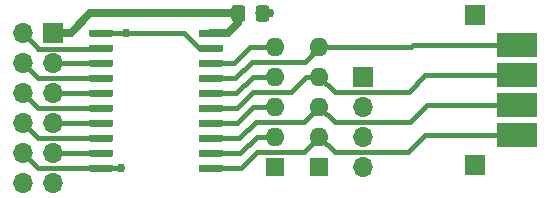
<source format=gtl>
G04 #@! TF.GenerationSoftware,KiCad,Pcbnew,(5.1.4)-1*
G04 #@! TF.CreationDate,2020-03-17T17:24:22+00:00*
G04 #@! TF.ProjectId,buffer,62756666-6572-42e6-9b69-6361645f7063,rev?*
G04 #@! TF.SameCoordinates,Original*
G04 #@! TF.FileFunction,Copper,L1,Top*
G04 #@! TF.FilePolarity,Positive*
%FSLAX46Y46*%
G04 Gerber Fmt 4.6, Leading zero omitted, Abs format (unit mm)*
G04 Created by KiCad (PCBNEW (5.1.4)-1) date 2020-03-17 17:24:22*
%MOMM*%
%LPD*%
G04 APERTURE LIST*
%ADD10R,1.600000X1.600000*%
%ADD11O,1.600000X1.600000*%
%ADD12O,1.700000X1.700000*%
%ADD13R,1.700000X1.700000*%
%ADD14C,0.100000*%
%ADD15C,0.600000*%
%ADD16C,1.150000*%
%ADD17R,3.500000X2.000000*%
%ADD18C,0.762000*%
%ADD19C,0.381000*%
%ADD20C,0.635000*%
G04 APERTURE END LIST*
D10*
X59102000Y-45700960D03*
D11*
X59102000Y-43160960D03*
X59102000Y-40620960D03*
X59102000Y-38080960D03*
X59102000Y-35540960D03*
D12*
X66617400Y-45730160D03*
X66617400Y-43190160D03*
X66617400Y-40650160D03*
D13*
X66617400Y-38110160D03*
X76033180Y-45504100D03*
X40353800Y-34376360D03*
D12*
X37813800Y-34376360D03*
X40353800Y-36916360D03*
X37813800Y-36916360D03*
X40353800Y-39456360D03*
X37813800Y-39456360D03*
X40353800Y-41996360D03*
X37813800Y-41996360D03*
X40353800Y-44536360D03*
X37813800Y-44536360D03*
X40353800Y-47076360D03*
X37813800Y-47076360D03*
D13*
X76040800Y-32801560D03*
D14*
G36*
X45291703Y-34086682D02*
G01*
X45306264Y-34088842D01*
X45320543Y-34092419D01*
X45334403Y-34097378D01*
X45347710Y-34103672D01*
X45360336Y-34111240D01*
X45372159Y-34120008D01*
X45383066Y-34129894D01*
X45392952Y-34140801D01*
X45401720Y-34152624D01*
X45409288Y-34165250D01*
X45415582Y-34178557D01*
X45420541Y-34192417D01*
X45424118Y-34206696D01*
X45426278Y-34221257D01*
X45427000Y-34235960D01*
X45427000Y-34535960D01*
X45426278Y-34550663D01*
X45424118Y-34565224D01*
X45420541Y-34579503D01*
X45415582Y-34593363D01*
X45409288Y-34606670D01*
X45401720Y-34619296D01*
X45392952Y-34631119D01*
X45383066Y-34642026D01*
X45372159Y-34651912D01*
X45360336Y-34660680D01*
X45347710Y-34668248D01*
X45334403Y-34674542D01*
X45320543Y-34679501D01*
X45306264Y-34683078D01*
X45291703Y-34685238D01*
X45277000Y-34685960D01*
X43527000Y-34685960D01*
X43512297Y-34685238D01*
X43497736Y-34683078D01*
X43483457Y-34679501D01*
X43469597Y-34674542D01*
X43456290Y-34668248D01*
X43443664Y-34660680D01*
X43431841Y-34651912D01*
X43420934Y-34642026D01*
X43411048Y-34631119D01*
X43402280Y-34619296D01*
X43394712Y-34606670D01*
X43388418Y-34593363D01*
X43383459Y-34579503D01*
X43379882Y-34565224D01*
X43377722Y-34550663D01*
X43377000Y-34535960D01*
X43377000Y-34235960D01*
X43377722Y-34221257D01*
X43379882Y-34206696D01*
X43383459Y-34192417D01*
X43388418Y-34178557D01*
X43394712Y-34165250D01*
X43402280Y-34152624D01*
X43411048Y-34140801D01*
X43420934Y-34129894D01*
X43431841Y-34120008D01*
X43443664Y-34111240D01*
X43456290Y-34103672D01*
X43469597Y-34097378D01*
X43483457Y-34092419D01*
X43497736Y-34088842D01*
X43512297Y-34086682D01*
X43527000Y-34085960D01*
X45277000Y-34085960D01*
X45291703Y-34086682D01*
X45291703Y-34086682D01*
G37*
D15*
X44402000Y-34385960D03*
D14*
G36*
X45291703Y-35356682D02*
G01*
X45306264Y-35358842D01*
X45320543Y-35362419D01*
X45334403Y-35367378D01*
X45347710Y-35373672D01*
X45360336Y-35381240D01*
X45372159Y-35390008D01*
X45383066Y-35399894D01*
X45392952Y-35410801D01*
X45401720Y-35422624D01*
X45409288Y-35435250D01*
X45415582Y-35448557D01*
X45420541Y-35462417D01*
X45424118Y-35476696D01*
X45426278Y-35491257D01*
X45427000Y-35505960D01*
X45427000Y-35805960D01*
X45426278Y-35820663D01*
X45424118Y-35835224D01*
X45420541Y-35849503D01*
X45415582Y-35863363D01*
X45409288Y-35876670D01*
X45401720Y-35889296D01*
X45392952Y-35901119D01*
X45383066Y-35912026D01*
X45372159Y-35921912D01*
X45360336Y-35930680D01*
X45347710Y-35938248D01*
X45334403Y-35944542D01*
X45320543Y-35949501D01*
X45306264Y-35953078D01*
X45291703Y-35955238D01*
X45277000Y-35955960D01*
X43527000Y-35955960D01*
X43512297Y-35955238D01*
X43497736Y-35953078D01*
X43483457Y-35949501D01*
X43469597Y-35944542D01*
X43456290Y-35938248D01*
X43443664Y-35930680D01*
X43431841Y-35921912D01*
X43420934Y-35912026D01*
X43411048Y-35901119D01*
X43402280Y-35889296D01*
X43394712Y-35876670D01*
X43388418Y-35863363D01*
X43383459Y-35849503D01*
X43379882Y-35835224D01*
X43377722Y-35820663D01*
X43377000Y-35805960D01*
X43377000Y-35505960D01*
X43377722Y-35491257D01*
X43379882Y-35476696D01*
X43383459Y-35462417D01*
X43388418Y-35448557D01*
X43394712Y-35435250D01*
X43402280Y-35422624D01*
X43411048Y-35410801D01*
X43420934Y-35399894D01*
X43431841Y-35390008D01*
X43443664Y-35381240D01*
X43456290Y-35373672D01*
X43469597Y-35367378D01*
X43483457Y-35362419D01*
X43497736Y-35358842D01*
X43512297Y-35356682D01*
X43527000Y-35355960D01*
X45277000Y-35355960D01*
X45291703Y-35356682D01*
X45291703Y-35356682D01*
G37*
D15*
X44402000Y-35655960D03*
D14*
G36*
X45291703Y-36626682D02*
G01*
X45306264Y-36628842D01*
X45320543Y-36632419D01*
X45334403Y-36637378D01*
X45347710Y-36643672D01*
X45360336Y-36651240D01*
X45372159Y-36660008D01*
X45383066Y-36669894D01*
X45392952Y-36680801D01*
X45401720Y-36692624D01*
X45409288Y-36705250D01*
X45415582Y-36718557D01*
X45420541Y-36732417D01*
X45424118Y-36746696D01*
X45426278Y-36761257D01*
X45427000Y-36775960D01*
X45427000Y-37075960D01*
X45426278Y-37090663D01*
X45424118Y-37105224D01*
X45420541Y-37119503D01*
X45415582Y-37133363D01*
X45409288Y-37146670D01*
X45401720Y-37159296D01*
X45392952Y-37171119D01*
X45383066Y-37182026D01*
X45372159Y-37191912D01*
X45360336Y-37200680D01*
X45347710Y-37208248D01*
X45334403Y-37214542D01*
X45320543Y-37219501D01*
X45306264Y-37223078D01*
X45291703Y-37225238D01*
X45277000Y-37225960D01*
X43527000Y-37225960D01*
X43512297Y-37225238D01*
X43497736Y-37223078D01*
X43483457Y-37219501D01*
X43469597Y-37214542D01*
X43456290Y-37208248D01*
X43443664Y-37200680D01*
X43431841Y-37191912D01*
X43420934Y-37182026D01*
X43411048Y-37171119D01*
X43402280Y-37159296D01*
X43394712Y-37146670D01*
X43388418Y-37133363D01*
X43383459Y-37119503D01*
X43379882Y-37105224D01*
X43377722Y-37090663D01*
X43377000Y-37075960D01*
X43377000Y-36775960D01*
X43377722Y-36761257D01*
X43379882Y-36746696D01*
X43383459Y-36732417D01*
X43388418Y-36718557D01*
X43394712Y-36705250D01*
X43402280Y-36692624D01*
X43411048Y-36680801D01*
X43420934Y-36669894D01*
X43431841Y-36660008D01*
X43443664Y-36651240D01*
X43456290Y-36643672D01*
X43469597Y-36637378D01*
X43483457Y-36632419D01*
X43497736Y-36628842D01*
X43512297Y-36626682D01*
X43527000Y-36625960D01*
X45277000Y-36625960D01*
X45291703Y-36626682D01*
X45291703Y-36626682D01*
G37*
D15*
X44402000Y-36925960D03*
D14*
G36*
X45291703Y-37896682D02*
G01*
X45306264Y-37898842D01*
X45320543Y-37902419D01*
X45334403Y-37907378D01*
X45347710Y-37913672D01*
X45360336Y-37921240D01*
X45372159Y-37930008D01*
X45383066Y-37939894D01*
X45392952Y-37950801D01*
X45401720Y-37962624D01*
X45409288Y-37975250D01*
X45415582Y-37988557D01*
X45420541Y-38002417D01*
X45424118Y-38016696D01*
X45426278Y-38031257D01*
X45427000Y-38045960D01*
X45427000Y-38345960D01*
X45426278Y-38360663D01*
X45424118Y-38375224D01*
X45420541Y-38389503D01*
X45415582Y-38403363D01*
X45409288Y-38416670D01*
X45401720Y-38429296D01*
X45392952Y-38441119D01*
X45383066Y-38452026D01*
X45372159Y-38461912D01*
X45360336Y-38470680D01*
X45347710Y-38478248D01*
X45334403Y-38484542D01*
X45320543Y-38489501D01*
X45306264Y-38493078D01*
X45291703Y-38495238D01*
X45277000Y-38495960D01*
X43527000Y-38495960D01*
X43512297Y-38495238D01*
X43497736Y-38493078D01*
X43483457Y-38489501D01*
X43469597Y-38484542D01*
X43456290Y-38478248D01*
X43443664Y-38470680D01*
X43431841Y-38461912D01*
X43420934Y-38452026D01*
X43411048Y-38441119D01*
X43402280Y-38429296D01*
X43394712Y-38416670D01*
X43388418Y-38403363D01*
X43383459Y-38389503D01*
X43379882Y-38375224D01*
X43377722Y-38360663D01*
X43377000Y-38345960D01*
X43377000Y-38045960D01*
X43377722Y-38031257D01*
X43379882Y-38016696D01*
X43383459Y-38002417D01*
X43388418Y-37988557D01*
X43394712Y-37975250D01*
X43402280Y-37962624D01*
X43411048Y-37950801D01*
X43420934Y-37939894D01*
X43431841Y-37930008D01*
X43443664Y-37921240D01*
X43456290Y-37913672D01*
X43469597Y-37907378D01*
X43483457Y-37902419D01*
X43497736Y-37898842D01*
X43512297Y-37896682D01*
X43527000Y-37895960D01*
X45277000Y-37895960D01*
X45291703Y-37896682D01*
X45291703Y-37896682D01*
G37*
D15*
X44402000Y-38195960D03*
D14*
G36*
X45291703Y-39166682D02*
G01*
X45306264Y-39168842D01*
X45320543Y-39172419D01*
X45334403Y-39177378D01*
X45347710Y-39183672D01*
X45360336Y-39191240D01*
X45372159Y-39200008D01*
X45383066Y-39209894D01*
X45392952Y-39220801D01*
X45401720Y-39232624D01*
X45409288Y-39245250D01*
X45415582Y-39258557D01*
X45420541Y-39272417D01*
X45424118Y-39286696D01*
X45426278Y-39301257D01*
X45427000Y-39315960D01*
X45427000Y-39615960D01*
X45426278Y-39630663D01*
X45424118Y-39645224D01*
X45420541Y-39659503D01*
X45415582Y-39673363D01*
X45409288Y-39686670D01*
X45401720Y-39699296D01*
X45392952Y-39711119D01*
X45383066Y-39722026D01*
X45372159Y-39731912D01*
X45360336Y-39740680D01*
X45347710Y-39748248D01*
X45334403Y-39754542D01*
X45320543Y-39759501D01*
X45306264Y-39763078D01*
X45291703Y-39765238D01*
X45277000Y-39765960D01*
X43527000Y-39765960D01*
X43512297Y-39765238D01*
X43497736Y-39763078D01*
X43483457Y-39759501D01*
X43469597Y-39754542D01*
X43456290Y-39748248D01*
X43443664Y-39740680D01*
X43431841Y-39731912D01*
X43420934Y-39722026D01*
X43411048Y-39711119D01*
X43402280Y-39699296D01*
X43394712Y-39686670D01*
X43388418Y-39673363D01*
X43383459Y-39659503D01*
X43379882Y-39645224D01*
X43377722Y-39630663D01*
X43377000Y-39615960D01*
X43377000Y-39315960D01*
X43377722Y-39301257D01*
X43379882Y-39286696D01*
X43383459Y-39272417D01*
X43388418Y-39258557D01*
X43394712Y-39245250D01*
X43402280Y-39232624D01*
X43411048Y-39220801D01*
X43420934Y-39209894D01*
X43431841Y-39200008D01*
X43443664Y-39191240D01*
X43456290Y-39183672D01*
X43469597Y-39177378D01*
X43483457Y-39172419D01*
X43497736Y-39168842D01*
X43512297Y-39166682D01*
X43527000Y-39165960D01*
X45277000Y-39165960D01*
X45291703Y-39166682D01*
X45291703Y-39166682D01*
G37*
D15*
X44402000Y-39465960D03*
D14*
G36*
X45291703Y-40436682D02*
G01*
X45306264Y-40438842D01*
X45320543Y-40442419D01*
X45334403Y-40447378D01*
X45347710Y-40453672D01*
X45360336Y-40461240D01*
X45372159Y-40470008D01*
X45383066Y-40479894D01*
X45392952Y-40490801D01*
X45401720Y-40502624D01*
X45409288Y-40515250D01*
X45415582Y-40528557D01*
X45420541Y-40542417D01*
X45424118Y-40556696D01*
X45426278Y-40571257D01*
X45427000Y-40585960D01*
X45427000Y-40885960D01*
X45426278Y-40900663D01*
X45424118Y-40915224D01*
X45420541Y-40929503D01*
X45415582Y-40943363D01*
X45409288Y-40956670D01*
X45401720Y-40969296D01*
X45392952Y-40981119D01*
X45383066Y-40992026D01*
X45372159Y-41001912D01*
X45360336Y-41010680D01*
X45347710Y-41018248D01*
X45334403Y-41024542D01*
X45320543Y-41029501D01*
X45306264Y-41033078D01*
X45291703Y-41035238D01*
X45277000Y-41035960D01*
X43527000Y-41035960D01*
X43512297Y-41035238D01*
X43497736Y-41033078D01*
X43483457Y-41029501D01*
X43469597Y-41024542D01*
X43456290Y-41018248D01*
X43443664Y-41010680D01*
X43431841Y-41001912D01*
X43420934Y-40992026D01*
X43411048Y-40981119D01*
X43402280Y-40969296D01*
X43394712Y-40956670D01*
X43388418Y-40943363D01*
X43383459Y-40929503D01*
X43379882Y-40915224D01*
X43377722Y-40900663D01*
X43377000Y-40885960D01*
X43377000Y-40585960D01*
X43377722Y-40571257D01*
X43379882Y-40556696D01*
X43383459Y-40542417D01*
X43388418Y-40528557D01*
X43394712Y-40515250D01*
X43402280Y-40502624D01*
X43411048Y-40490801D01*
X43420934Y-40479894D01*
X43431841Y-40470008D01*
X43443664Y-40461240D01*
X43456290Y-40453672D01*
X43469597Y-40447378D01*
X43483457Y-40442419D01*
X43497736Y-40438842D01*
X43512297Y-40436682D01*
X43527000Y-40435960D01*
X45277000Y-40435960D01*
X45291703Y-40436682D01*
X45291703Y-40436682D01*
G37*
D15*
X44402000Y-40735960D03*
D14*
G36*
X45291703Y-41706682D02*
G01*
X45306264Y-41708842D01*
X45320543Y-41712419D01*
X45334403Y-41717378D01*
X45347710Y-41723672D01*
X45360336Y-41731240D01*
X45372159Y-41740008D01*
X45383066Y-41749894D01*
X45392952Y-41760801D01*
X45401720Y-41772624D01*
X45409288Y-41785250D01*
X45415582Y-41798557D01*
X45420541Y-41812417D01*
X45424118Y-41826696D01*
X45426278Y-41841257D01*
X45427000Y-41855960D01*
X45427000Y-42155960D01*
X45426278Y-42170663D01*
X45424118Y-42185224D01*
X45420541Y-42199503D01*
X45415582Y-42213363D01*
X45409288Y-42226670D01*
X45401720Y-42239296D01*
X45392952Y-42251119D01*
X45383066Y-42262026D01*
X45372159Y-42271912D01*
X45360336Y-42280680D01*
X45347710Y-42288248D01*
X45334403Y-42294542D01*
X45320543Y-42299501D01*
X45306264Y-42303078D01*
X45291703Y-42305238D01*
X45277000Y-42305960D01*
X43527000Y-42305960D01*
X43512297Y-42305238D01*
X43497736Y-42303078D01*
X43483457Y-42299501D01*
X43469597Y-42294542D01*
X43456290Y-42288248D01*
X43443664Y-42280680D01*
X43431841Y-42271912D01*
X43420934Y-42262026D01*
X43411048Y-42251119D01*
X43402280Y-42239296D01*
X43394712Y-42226670D01*
X43388418Y-42213363D01*
X43383459Y-42199503D01*
X43379882Y-42185224D01*
X43377722Y-42170663D01*
X43377000Y-42155960D01*
X43377000Y-41855960D01*
X43377722Y-41841257D01*
X43379882Y-41826696D01*
X43383459Y-41812417D01*
X43388418Y-41798557D01*
X43394712Y-41785250D01*
X43402280Y-41772624D01*
X43411048Y-41760801D01*
X43420934Y-41749894D01*
X43431841Y-41740008D01*
X43443664Y-41731240D01*
X43456290Y-41723672D01*
X43469597Y-41717378D01*
X43483457Y-41712419D01*
X43497736Y-41708842D01*
X43512297Y-41706682D01*
X43527000Y-41705960D01*
X45277000Y-41705960D01*
X45291703Y-41706682D01*
X45291703Y-41706682D01*
G37*
D15*
X44402000Y-42005960D03*
D14*
G36*
X45291703Y-42976682D02*
G01*
X45306264Y-42978842D01*
X45320543Y-42982419D01*
X45334403Y-42987378D01*
X45347710Y-42993672D01*
X45360336Y-43001240D01*
X45372159Y-43010008D01*
X45383066Y-43019894D01*
X45392952Y-43030801D01*
X45401720Y-43042624D01*
X45409288Y-43055250D01*
X45415582Y-43068557D01*
X45420541Y-43082417D01*
X45424118Y-43096696D01*
X45426278Y-43111257D01*
X45427000Y-43125960D01*
X45427000Y-43425960D01*
X45426278Y-43440663D01*
X45424118Y-43455224D01*
X45420541Y-43469503D01*
X45415582Y-43483363D01*
X45409288Y-43496670D01*
X45401720Y-43509296D01*
X45392952Y-43521119D01*
X45383066Y-43532026D01*
X45372159Y-43541912D01*
X45360336Y-43550680D01*
X45347710Y-43558248D01*
X45334403Y-43564542D01*
X45320543Y-43569501D01*
X45306264Y-43573078D01*
X45291703Y-43575238D01*
X45277000Y-43575960D01*
X43527000Y-43575960D01*
X43512297Y-43575238D01*
X43497736Y-43573078D01*
X43483457Y-43569501D01*
X43469597Y-43564542D01*
X43456290Y-43558248D01*
X43443664Y-43550680D01*
X43431841Y-43541912D01*
X43420934Y-43532026D01*
X43411048Y-43521119D01*
X43402280Y-43509296D01*
X43394712Y-43496670D01*
X43388418Y-43483363D01*
X43383459Y-43469503D01*
X43379882Y-43455224D01*
X43377722Y-43440663D01*
X43377000Y-43425960D01*
X43377000Y-43125960D01*
X43377722Y-43111257D01*
X43379882Y-43096696D01*
X43383459Y-43082417D01*
X43388418Y-43068557D01*
X43394712Y-43055250D01*
X43402280Y-43042624D01*
X43411048Y-43030801D01*
X43420934Y-43019894D01*
X43431841Y-43010008D01*
X43443664Y-43001240D01*
X43456290Y-42993672D01*
X43469597Y-42987378D01*
X43483457Y-42982419D01*
X43497736Y-42978842D01*
X43512297Y-42976682D01*
X43527000Y-42975960D01*
X45277000Y-42975960D01*
X45291703Y-42976682D01*
X45291703Y-42976682D01*
G37*
D15*
X44402000Y-43275960D03*
D14*
G36*
X45291703Y-44246682D02*
G01*
X45306264Y-44248842D01*
X45320543Y-44252419D01*
X45334403Y-44257378D01*
X45347710Y-44263672D01*
X45360336Y-44271240D01*
X45372159Y-44280008D01*
X45383066Y-44289894D01*
X45392952Y-44300801D01*
X45401720Y-44312624D01*
X45409288Y-44325250D01*
X45415582Y-44338557D01*
X45420541Y-44352417D01*
X45424118Y-44366696D01*
X45426278Y-44381257D01*
X45427000Y-44395960D01*
X45427000Y-44695960D01*
X45426278Y-44710663D01*
X45424118Y-44725224D01*
X45420541Y-44739503D01*
X45415582Y-44753363D01*
X45409288Y-44766670D01*
X45401720Y-44779296D01*
X45392952Y-44791119D01*
X45383066Y-44802026D01*
X45372159Y-44811912D01*
X45360336Y-44820680D01*
X45347710Y-44828248D01*
X45334403Y-44834542D01*
X45320543Y-44839501D01*
X45306264Y-44843078D01*
X45291703Y-44845238D01*
X45277000Y-44845960D01*
X43527000Y-44845960D01*
X43512297Y-44845238D01*
X43497736Y-44843078D01*
X43483457Y-44839501D01*
X43469597Y-44834542D01*
X43456290Y-44828248D01*
X43443664Y-44820680D01*
X43431841Y-44811912D01*
X43420934Y-44802026D01*
X43411048Y-44791119D01*
X43402280Y-44779296D01*
X43394712Y-44766670D01*
X43388418Y-44753363D01*
X43383459Y-44739503D01*
X43379882Y-44725224D01*
X43377722Y-44710663D01*
X43377000Y-44695960D01*
X43377000Y-44395960D01*
X43377722Y-44381257D01*
X43379882Y-44366696D01*
X43383459Y-44352417D01*
X43388418Y-44338557D01*
X43394712Y-44325250D01*
X43402280Y-44312624D01*
X43411048Y-44300801D01*
X43420934Y-44289894D01*
X43431841Y-44280008D01*
X43443664Y-44271240D01*
X43456290Y-44263672D01*
X43469597Y-44257378D01*
X43483457Y-44252419D01*
X43497736Y-44248842D01*
X43512297Y-44246682D01*
X43527000Y-44245960D01*
X45277000Y-44245960D01*
X45291703Y-44246682D01*
X45291703Y-44246682D01*
G37*
D15*
X44402000Y-44545960D03*
D14*
G36*
X45291703Y-45516682D02*
G01*
X45306264Y-45518842D01*
X45320543Y-45522419D01*
X45334403Y-45527378D01*
X45347710Y-45533672D01*
X45360336Y-45541240D01*
X45372159Y-45550008D01*
X45383066Y-45559894D01*
X45392952Y-45570801D01*
X45401720Y-45582624D01*
X45409288Y-45595250D01*
X45415582Y-45608557D01*
X45420541Y-45622417D01*
X45424118Y-45636696D01*
X45426278Y-45651257D01*
X45427000Y-45665960D01*
X45427000Y-45965960D01*
X45426278Y-45980663D01*
X45424118Y-45995224D01*
X45420541Y-46009503D01*
X45415582Y-46023363D01*
X45409288Y-46036670D01*
X45401720Y-46049296D01*
X45392952Y-46061119D01*
X45383066Y-46072026D01*
X45372159Y-46081912D01*
X45360336Y-46090680D01*
X45347710Y-46098248D01*
X45334403Y-46104542D01*
X45320543Y-46109501D01*
X45306264Y-46113078D01*
X45291703Y-46115238D01*
X45277000Y-46115960D01*
X43527000Y-46115960D01*
X43512297Y-46115238D01*
X43497736Y-46113078D01*
X43483457Y-46109501D01*
X43469597Y-46104542D01*
X43456290Y-46098248D01*
X43443664Y-46090680D01*
X43431841Y-46081912D01*
X43420934Y-46072026D01*
X43411048Y-46061119D01*
X43402280Y-46049296D01*
X43394712Y-46036670D01*
X43388418Y-46023363D01*
X43383459Y-46009503D01*
X43379882Y-45995224D01*
X43377722Y-45980663D01*
X43377000Y-45965960D01*
X43377000Y-45665960D01*
X43377722Y-45651257D01*
X43379882Y-45636696D01*
X43383459Y-45622417D01*
X43388418Y-45608557D01*
X43394712Y-45595250D01*
X43402280Y-45582624D01*
X43411048Y-45570801D01*
X43420934Y-45559894D01*
X43431841Y-45550008D01*
X43443664Y-45541240D01*
X43456290Y-45533672D01*
X43469597Y-45527378D01*
X43483457Y-45522419D01*
X43497736Y-45518842D01*
X43512297Y-45516682D01*
X43527000Y-45515960D01*
X45277000Y-45515960D01*
X45291703Y-45516682D01*
X45291703Y-45516682D01*
G37*
D15*
X44402000Y-45815960D03*
D14*
G36*
X54591703Y-45516682D02*
G01*
X54606264Y-45518842D01*
X54620543Y-45522419D01*
X54634403Y-45527378D01*
X54647710Y-45533672D01*
X54660336Y-45541240D01*
X54672159Y-45550008D01*
X54683066Y-45559894D01*
X54692952Y-45570801D01*
X54701720Y-45582624D01*
X54709288Y-45595250D01*
X54715582Y-45608557D01*
X54720541Y-45622417D01*
X54724118Y-45636696D01*
X54726278Y-45651257D01*
X54727000Y-45665960D01*
X54727000Y-45965960D01*
X54726278Y-45980663D01*
X54724118Y-45995224D01*
X54720541Y-46009503D01*
X54715582Y-46023363D01*
X54709288Y-46036670D01*
X54701720Y-46049296D01*
X54692952Y-46061119D01*
X54683066Y-46072026D01*
X54672159Y-46081912D01*
X54660336Y-46090680D01*
X54647710Y-46098248D01*
X54634403Y-46104542D01*
X54620543Y-46109501D01*
X54606264Y-46113078D01*
X54591703Y-46115238D01*
X54577000Y-46115960D01*
X52827000Y-46115960D01*
X52812297Y-46115238D01*
X52797736Y-46113078D01*
X52783457Y-46109501D01*
X52769597Y-46104542D01*
X52756290Y-46098248D01*
X52743664Y-46090680D01*
X52731841Y-46081912D01*
X52720934Y-46072026D01*
X52711048Y-46061119D01*
X52702280Y-46049296D01*
X52694712Y-46036670D01*
X52688418Y-46023363D01*
X52683459Y-46009503D01*
X52679882Y-45995224D01*
X52677722Y-45980663D01*
X52677000Y-45965960D01*
X52677000Y-45665960D01*
X52677722Y-45651257D01*
X52679882Y-45636696D01*
X52683459Y-45622417D01*
X52688418Y-45608557D01*
X52694712Y-45595250D01*
X52702280Y-45582624D01*
X52711048Y-45570801D01*
X52720934Y-45559894D01*
X52731841Y-45550008D01*
X52743664Y-45541240D01*
X52756290Y-45533672D01*
X52769597Y-45527378D01*
X52783457Y-45522419D01*
X52797736Y-45518842D01*
X52812297Y-45516682D01*
X52827000Y-45515960D01*
X54577000Y-45515960D01*
X54591703Y-45516682D01*
X54591703Y-45516682D01*
G37*
D15*
X53702000Y-45815960D03*
D14*
G36*
X54591703Y-44246682D02*
G01*
X54606264Y-44248842D01*
X54620543Y-44252419D01*
X54634403Y-44257378D01*
X54647710Y-44263672D01*
X54660336Y-44271240D01*
X54672159Y-44280008D01*
X54683066Y-44289894D01*
X54692952Y-44300801D01*
X54701720Y-44312624D01*
X54709288Y-44325250D01*
X54715582Y-44338557D01*
X54720541Y-44352417D01*
X54724118Y-44366696D01*
X54726278Y-44381257D01*
X54727000Y-44395960D01*
X54727000Y-44695960D01*
X54726278Y-44710663D01*
X54724118Y-44725224D01*
X54720541Y-44739503D01*
X54715582Y-44753363D01*
X54709288Y-44766670D01*
X54701720Y-44779296D01*
X54692952Y-44791119D01*
X54683066Y-44802026D01*
X54672159Y-44811912D01*
X54660336Y-44820680D01*
X54647710Y-44828248D01*
X54634403Y-44834542D01*
X54620543Y-44839501D01*
X54606264Y-44843078D01*
X54591703Y-44845238D01*
X54577000Y-44845960D01*
X52827000Y-44845960D01*
X52812297Y-44845238D01*
X52797736Y-44843078D01*
X52783457Y-44839501D01*
X52769597Y-44834542D01*
X52756290Y-44828248D01*
X52743664Y-44820680D01*
X52731841Y-44811912D01*
X52720934Y-44802026D01*
X52711048Y-44791119D01*
X52702280Y-44779296D01*
X52694712Y-44766670D01*
X52688418Y-44753363D01*
X52683459Y-44739503D01*
X52679882Y-44725224D01*
X52677722Y-44710663D01*
X52677000Y-44695960D01*
X52677000Y-44395960D01*
X52677722Y-44381257D01*
X52679882Y-44366696D01*
X52683459Y-44352417D01*
X52688418Y-44338557D01*
X52694712Y-44325250D01*
X52702280Y-44312624D01*
X52711048Y-44300801D01*
X52720934Y-44289894D01*
X52731841Y-44280008D01*
X52743664Y-44271240D01*
X52756290Y-44263672D01*
X52769597Y-44257378D01*
X52783457Y-44252419D01*
X52797736Y-44248842D01*
X52812297Y-44246682D01*
X52827000Y-44245960D01*
X54577000Y-44245960D01*
X54591703Y-44246682D01*
X54591703Y-44246682D01*
G37*
D15*
X53702000Y-44545960D03*
D14*
G36*
X54591703Y-42976682D02*
G01*
X54606264Y-42978842D01*
X54620543Y-42982419D01*
X54634403Y-42987378D01*
X54647710Y-42993672D01*
X54660336Y-43001240D01*
X54672159Y-43010008D01*
X54683066Y-43019894D01*
X54692952Y-43030801D01*
X54701720Y-43042624D01*
X54709288Y-43055250D01*
X54715582Y-43068557D01*
X54720541Y-43082417D01*
X54724118Y-43096696D01*
X54726278Y-43111257D01*
X54727000Y-43125960D01*
X54727000Y-43425960D01*
X54726278Y-43440663D01*
X54724118Y-43455224D01*
X54720541Y-43469503D01*
X54715582Y-43483363D01*
X54709288Y-43496670D01*
X54701720Y-43509296D01*
X54692952Y-43521119D01*
X54683066Y-43532026D01*
X54672159Y-43541912D01*
X54660336Y-43550680D01*
X54647710Y-43558248D01*
X54634403Y-43564542D01*
X54620543Y-43569501D01*
X54606264Y-43573078D01*
X54591703Y-43575238D01*
X54577000Y-43575960D01*
X52827000Y-43575960D01*
X52812297Y-43575238D01*
X52797736Y-43573078D01*
X52783457Y-43569501D01*
X52769597Y-43564542D01*
X52756290Y-43558248D01*
X52743664Y-43550680D01*
X52731841Y-43541912D01*
X52720934Y-43532026D01*
X52711048Y-43521119D01*
X52702280Y-43509296D01*
X52694712Y-43496670D01*
X52688418Y-43483363D01*
X52683459Y-43469503D01*
X52679882Y-43455224D01*
X52677722Y-43440663D01*
X52677000Y-43425960D01*
X52677000Y-43125960D01*
X52677722Y-43111257D01*
X52679882Y-43096696D01*
X52683459Y-43082417D01*
X52688418Y-43068557D01*
X52694712Y-43055250D01*
X52702280Y-43042624D01*
X52711048Y-43030801D01*
X52720934Y-43019894D01*
X52731841Y-43010008D01*
X52743664Y-43001240D01*
X52756290Y-42993672D01*
X52769597Y-42987378D01*
X52783457Y-42982419D01*
X52797736Y-42978842D01*
X52812297Y-42976682D01*
X52827000Y-42975960D01*
X54577000Y-42975960D01*
X54591703Y-42976682D01*
X54591703Y-42976682D01*
G37*
D15*
X53702000Y-43275960D03*
D14*
G36*
X54591703Y-41706682D02*
G01*
X54606264Y-41708842D01*
X54620543Y-41712419D01*
X54634403Y-41717378D01*
X54647710Y-41723672D01*
X54660336Y-41731240D01*
X54672159Y-41740008D01*
X54683066Y-41749894D01*
X54692952Y-41760801D01*
X54701720Y-41772624D01*
X54709288Y-41785250D01*
X54715582Y-41798557D01*
X54720541Y-41812417D01*
X54724118Y-41826696D01*
X54726278Y-41841257D01*
X54727000Y-41855960D01*
X54727000Y-42155960D01*
X54726278Y-42170663D01*
X54724118Y-42185224D01*
X54720541Y-42199503D01*
X54715582Y-42213363D01*
X54709288Y-42226670D01*
X54701720Y-42239296D01*
X54692952Y-42251119D01*
X54683066Y-42262026D01*
X54672159Y-42271912D01*
X54660336Y-42280680D01*
X54647710Y-42288248D01*
X54634403Y-42294542D01*
X54620543Y-42299501D01*
X54606264Y-42303078D01*
X54591703Y-42305238D01*
X54577000Y-42305960D01*
X52827000Y-42305960D01*
X52812297Y-42305238D01*
X52797736Y-42303078D01*
X52783457Y-42299501D01*
X52769597Y-42294542D01*
X52756290Y-42288248D01*
X52743664Y-42280680D01*
X52731841Y-42271912D01*
X52720934Y-42262026D01*
X52711048Y-42251119D01*
X52702280Y-42239296D01*
X52694712Y-42226670D01*
X52688418Y-42213363D01*
X52683459Y-42199503D01*
X52679882Y-42185224D01*
X52677722Y-42170663D01*
X52677000Y-42155960D01*
X52677000Y-41855960D01*
X52677722Y-41841257D01*
X52679882Y-41826696D01*
X52683459Y-41812417D01*
X52688418Y-41798557D01*
X52694712Y-41785250D01*
X52702280Y-41772624D01*
X52711048Y-41760801D01*
X52720934Y-41749894D01*
X52731841Y-41740008D01*
X52743664Y-41731240D01*
X52756290Y-41723672D01*
X52769597Y-41717378D01*
X52783457Y-41712419D01*
X52797736Y-41708842D01*
X52812297Y-41706682D01*
X52827000Y-41705960D01*
X54577000Y-41705960D01*
X54591703Y-41706682D01*
X54591703Y-41706682D01*
G37*
D15*
X53702000Y-42005960D03*
D14*
G36*
X54591703Y-40436682D02*
G01*
X54606264Y-40438842D01*
X54620543Y-40442419D01*
X54634403Y-40447378D01*
X54647710Y-40453672D01*
X54660336Y-40461240D01*
X54672159Y-40470008D01*
X54683066Y-40479894D01*
X54692952Y-40490801D01*
X54701720Y-40502624D01*
X54709288Y-40515250D01*
X54715582Y-40528557D01*
X54720541Y-40542417D01*
X54724118Y-40556696D01*
X54726278Y-40571257D01*
X54727000Y-40585960D01*
X54727000Y-40885960D01*
X54726278Y-40900663D01*
X54724118Y-40915224D01*
X54720541Y-40929503D01*
X54715582Y-40943363D01*
X54709288Y-40956670D01*
X54701720Y-40969296D01*
X54692952Y-40981119D01*
X54683066Y-40992026D01*
X54672159Y-41001912D01*
X54660336Y-41010680D01*
X54647710Y-41018248D01*
X54634403Y-41024542D01*
X54620543Y-41029501D01*
X54606264Y-41033078D01*
X54591703Y-41035238D01*
X54577000Y-41035960D01*
X52827000Y-41035960D01*
X52812297Y-41035238D01*
X52797736Y-41033078D01*
X52783457Y-41029501D01*
X52769597Y-41024542D01*
X52756290Y-41018248D01*
X52743664Y-41010680D01*
X52731841Y-41001912D01*
X52720934Y-40992026D01*
X52711048Y-40981119D01*
X52702280Y-40969296D01*
X52694712Y-40956670D01*
X52688418Y-40943363D01*
X52683459Y-40929503D01*
X52679882Y-40915224D01*
X52677722Y-40900663D01*
X52677000Y-40885960D01*
X52677000Y-40585960D01*
X52677722Y-40571257D01*
X52679882Y-40556696D01*
X52683459Y-40542417D01*
X52688418Y-40528557D01*
X52694712Y-40515250D01*
X52702280Y-40502624D01*
X52711048Y-40490801D01*
X52720934Y-40479894D01*
X52731841Y-40470008D01*
X52743664Y-40461240D01*
X52756290Y-40453672D01*
X52769597Y-40447378D01*
X52783457Y-40442419D01*
X52797736Y-40438842D01*
X52812297Y-40436682D01*
X52827000Y-40435960D01*
X54577000Y-40435960D01*
X54591703Y-40436682D01*
X54591703Y-40436682D01*
G37*
D15*
X53702000Y-40735960D03*
D14*
G36*
X54591703Y-39166682D02*
G01*
X54606264Y-39168842D01*
X54620543Y-39172419D01*
X54634403Y-39177378D01*
X54647710Y-39183672D01*
X54660336Y-39191240D01*
X54672159Y-39200008D01*
X54683066Y-39209894D01*
X54692952Y-39220801D01*
X54701720Y-39232624D01*
X54709288Y-39245250D01*
X54715582Y-39258557D01*
X54720541Y-39272417D01*
X54724118Y-39286696D01*
X54726278Y-39301257D01*
X54727000Y-39315960D01*
X54727000Y-39615960D01*
X54726278Y-39630663D01*
X54724118Y-39645224D01*
X54720541Y-39659503D01*
X54715582Y-39673363D01*
X54709288Y-39686670D01*
X54701720Y-39699296D01*
X54692952Y-39711119D01*
X54683066Y-39722026D01*
X54672159Y-39731912D01*
X54660336Y-39740680D01*
X54647710Y-39748248D01*
X54634403Y-39754542D01*
X54620543Y-39759501D01*
X54606264Y-39763078D01*
X54591703Y-39765238D01*
X54577000Y-39765960D01*
X52827000Y-39765960D01*
X52812297Y-39765238D01*
X52797736Y-39763078D01*
X52783457Y-39759501D01*
X52769597Y-39754542D01*
X52756290Y-39748248D01*
X52743664Y-39740680D01*
X52731841Y-39731912D01*
X52720934Y-39722026D01*
X52711048Y-39711119D01*
X52702280Y-39699296D01*
X52694712Y-39686670D01*
X52688418Y-39673363D01*
X52683459Y-39659503D01*
X52679882Y-39645224D01*
X52677722Y-39630663D01*
X52677000Y-39615960D01*
X52677000Y-39315960D01*
X52677722Y-39301257D01*
X52679882Y-39286696D01*
X52683459Y-39272417D01*
X52688418Y-39258557D01*
X52694712Y-39245250D01*
X52702280Y-39232624D01*
X52711048Y-39220801D01*
X52720934Y-39209894D01*
X52731841Y-39200008D01*
X52743664Y-39191240D01*
X52756290Y-39183672D01*
X52769597Y-39177378D01*
X52783457Y-39172419D01*
X52797736Y-39168842D01*
X52812297Y-39166682D01*
X52827000Y-39165960D01*
X54577000Y-39165960D01*
X54591703Y-39166682D01*
X54591703Y-39166682D01*
G37*
D15*
X53702000Y-39465960D03*
D14*
G36*
X54591703Y-37896682D02*
G01*
X54606264Y-37898842D01*
X54620543Y-37902419D01*
X54634403Y-37907378D01*
X54647710Y-37913672D01*
X54660336Y-37921240D01*
X54672159Y-37930008D01*
X54683066Y-37939894D01*
X54692952Y-37950801D01*
X54701720Y-37962624D01*
X54709288Y-37975250D01*
X54715582Y-37988557D01*
X54720541Y-38002417D01*
X54724118Y-38016696D01*
X54726278Y-38031257D01*
X54727000Y-38045960D01*
X54727000Y-38345960D01*
X54726278Y-38360663D01*
X54724118Y-38375224D01*
X54720541Y-38389503D01*
X54715582Y-38403363D01*
X54709288Y-38416670D01*
X54701720Y-38429296D01*
X54692952Y-38441119D01*
X54683066Y-38452026D01*
X54672159Y-38461912D01*
X54660336Y-38470680D01*
X54647710Y-38478248D01*
X54634403Y-38484542D01*
X54620543Y-38489501D01*
X54606264Y-38493078D01*
X54591703Y-38495238D01*
X54577000Y-38495960D01*
X52827000Y-38495960D01*
X52812297Y-38495238D01*
X52797736Y-38493078D01*
X52783457Y-38489501D01*
X52769597Y-38484542D01*
X52756290Y-38478248D01*
X52743664Y-38470680D01*
X52731841Y-38461912D01*
X52720934Y-38452026D01*
X52711048Y-38441119D01*
X52702280Y-38429296D01*
X52694712Y-38416670D01*
X52688418Y-38403363D01*
X52683459Y-38389503D01*
X52679882Y-38375224D01*
X52677722Y-38360663D01*
X52677000Y-38345960D01*
X52677000Y-38045960D01*
X52677722Y-38031257D01*
X52679882Y-38016696D01*
X52683459Y-38002417D01*
X52688418Y-37988557D01*
X52694712Y-37975250D01*
X52702280Y-37962624D01*
X52711048Y-37950801D01*
X52720934Y-37939894D01*
X52731841Y-37930008D01*
X52743664Y-37921240D01*
X52756290Y-37913672D01*
X52769597Y-37907378D01*
X52783457Y-37902419D01*
X52797736Y-37898842D01*
X52812297Y-37896682D01*
X52827000Y-37895960D01*
X54577000Y-37895960D01*
X54591703Y-37896682D01*
X54591703Y-37896682D01*
G37*
D15*
X53702000Y-38195960D03*
D14*
G36*
X54591703Y-36626682D02*
G01*
X54606264Y-36628842D01*
X54620543Y-36632419D01*
X54634403Y-36637378D01*
X54647710Y-36643672D01*
X54660336Y-36651240D01*
X54672159Y-36660008D01*
X54683066Y-36669894D01*
X54692952Y-36680801D01*
X54701720Y-36692624D01*
X54709288Y-36705250D01*
X54715582Y-36718557D01*
X54720541Y-36732417D01*
X54724118Y-36746696D01*
X54726278Y-36761257D01*
X54727000Y-36775960D01*
X54727000Y-37075960D01*
X54726278Y-37090663D01*
X54724118Y-37105224D01*
X54720541Y-37119503D01*
X54715582Y-37133363D01*
X54709288Y-37146670D01*
X54701720Y-37159296D01*
X54692952Y-37171119D01*
X54683066Y-37182026D01*
X54672159Y-37191912D01*
X54660336Y-37200680D01*
X54647710Y-37208248D01*
X54634403Y-37214542D01*
X54620543Y-37219501D01*
X54606264Y-37223078D01*
X54591703Y-37225238D01*
X54577000Y-37225960D01*
X52827000Y-37225960D01*
X52812297Y-37225238D01*
X52797736Y-37223078D01*
X52783457Y-37219501D01*
X52769597Y-37214542D01*
X52756290Y-37208248D01*
X52743664Y-37200680D01*
X52731841Y-37191912D01*
X52720934Y-37182026D01*
X52711048Y-37171119D01*
X52702280Y-37159296D01*
X52694712Y-37146670D01*
X52688418Y-37133363D01*
X52683459Y-37119503D01*
X52679882Y-37105224D01*
X52677722Y-37090663D01*
X52677000Y-37075960D01*
X52677000Y-36775960D01*
X52677722Y-36761257D01*
X52679882Y-36746696D01*
X52683459Y-36732417D01*
X52688418Y-36718557D01*
X52694712Y-36705250D01*
X52702280Y-36692624D01*
X52711048Y-36680801D01*
X52720934Y-36669894D01*
X52731841Y-36660008D01*
X52743664Y-36651240D01*
X52756290Y-36643672D01*
X52769597Y-36637378D01*
X52783457Y-36632419D01*
X52797736Y-36628842D01*
X52812297Y-36626682D01*
X52827000Y-36625960D01*
X54577000Y-36625960D01*
X54591703Y-36626682D01*
X54591703Y-36626682D01*
G37*
D15*
X53702000Y-36925960D03*
D14*
G36*
X54591703Y-35356682D02*
G01*
X54606264Y-35358842D01*
X54620543Y-35362419D01*
X54634403Y-35367378D01*
X54647710Y-35373672D01*
X54660336Y-35381240D01*
X54672159Y-35390008D01*
X54683066Y-35399894D01*
X54692952Y-35410801D01*
X54701720Y-35422624D01*
X54709288Y-35435250D01*
X54715582Y-35448557D01*
X54720541Y-35462417D01*
X54724118Y-35476696D01*
X54726278Y-35491257D01*
X54727000Y-35505960D01*
X54727000Y-35805960D01*
X54726278Y-35820663D01*
X54724118Y-35835224D01*
X54720541Y-35849503D01*
X54715582Y-35863363D01*
X54709288Y-35876670D01*
X54701720Y-35889296D01*
X54692952Y-35901119D01*
X54683066Y-35912026D01*
X54672159Y-35921912D01*
X54660336Y-35930680D01*
X54647710Y-35938248D01*
X54634403Y-35944542D01*
X54620543Y-35949501D01*
X54606264Y-35953078D01*
X54591703Y-35955238D01*
X54577000Y-35955960D01*
X52827000Y-35955960D01*
X52812297Y-35955238D01*
X52797736Y-35953078D01*
X52783457Y-35949501D01*
X52769597Y-35944542D01*
X52756290Y-35938248D01*
X52743664Y-35930680D01*
X52731841Y-35921912D01*
X52720934Y-35912026D01*
X52711048Y-35901119D01*
X52702280Y-35889296D01*
X52694712Y-35876670D01*
X52688418Y-35863363D01*
X52683459Y-35849503D01*
X52679882Y-35835224D01*
X52677722Y-35820663D01*
X52677000Y-35805960D01*
X52677000Y-35505960D01*
X52677722Y-35491257D01*
X52679882Y-35476696D01*
X52683459Y-35462417D01*
X52688418Y-35448557D01*
X52694712Y-35435250D01*
X52702280Y-35422624D01*
X52711048Y-35410801D01*
X52720934Y-35399894D01*
X52731841Y-35390008D01*
X52743664Y-35381240D01*
X52756290Y-35373672D01*
X52769597Y-35367378D01*
X52783457Y-35362419D01*
X52797736Y-35358842D01*
X52812297Y-35356682D01*
X52827000Y-35355960D01*
X54577000Y-35355960D01*
X54591703Y-35356682D01*
X54591703Y-35356682D01*
G37*
D15*
X53702000Y-35655960D03*
D14*
G36*
X54591703Y-34086682D02*
G01*
X54606264Y-34088842D01*
X54620543Y-34092419D01*
X54634403Y-34097378D01*
X54647710Y-34103672D01*
X54660336Y-34111240D01*
X54672159Y-34120008D01*
X54683066Y-34129894D01*
X54692952Y-34140801D01*
X54701720Y-34152624D01*
X54709288Y-34165250D01*
X54715582Y-34178557D01*
X54720541Y-34192417D01*
X54724118Y-34206696D01*
X54726278Y-34221257D01*
X54727000Y-34235960D01*
X54727000Y-34535960D01*
X54726278Y-34550663D01*
X54724118Y-34565224D01*
X54720541Y-34579503D01*
X54715582Y-34593363D01*
X54709288Y-34606670D01*
X54701720Y-34619296D01*
X54692952Y-34631119D01*
X54683066Y-34642026D01*
X54672159Y-34651912D01*
X54660336Y-34660680D01*
X54647710Y-34668248D01*
X54634403Y-34674542D01*
X54620543Y-34679501D01*
X54606264Y-34683078D01*
X54591703Y-34685238D01*
X54577000Y-34685960D01*
X52827000Y-34685960D01*
X52812297Y-34685238D01*
X52797736Y-34683078D01*
X52783457Y-34679501D01*
X52769597Y-34674542D01*
X52756290Y-34668248D01*
X52743664Y-34660680D01*
X52731841Y-34651912D01*
X52720934Y-34642026D01*
X52711048Y-34631119D01*
X52702280Y-34619296D01*
X52694712Y-34606670D01*
X52688418Y-34593363D01*
X52683459Y-34579503D01*
X52679882Y-34565224D01*
X52677722Y-34550663D01*
X52677000Y-34535960D01*
X52677000Y-34235960D01*
X52677722Y-34221257D01*
X52679882Y-34206696D01*
X52683459Y-34192417D01*
X52688418Y-34178557D01*
X52694712Y-34165250D01*
X52702280Y-34152624D01*
X52711048Y-34140801D01*
X52720934Y-34129894D01*
X52731841Y-34120008D01*
X52743664Y-34111240D01*
X52756290Y-34103672D01*
X52769597Y-34097378D01*
X52783457Y-34092419D01*
X52797736Y-34088842D01*
X52812297Y-34086682D01*
X52827000Y-34085960D01*
X54577000Y-34085960D01*
X54591703Y-34086682D01*
X54591703Y-34086682D01*
G37*
D15*
X53702000Y-34385960D03*
D11*
X62902000Y-35540960D03*
X62902000Y-38080960D03*
X62902000Y-40620960D03*
X62902000Y-43160960D03*
D10*
X62902000Y-45700960D03*
D14*
G36*
X58426505Y-32002164D02*
G01*
X58450773Y-32005764D01*
X58474572Y-32011725D01*
X58497671Y-32019990D01*
X58519850Y-32030480D01*
X58540893Y-32043092D01*
X58560599Y-32057707D01*
X58578777Y-32074183D01*
X58595253Y-32092361D01*
X58609868Y-32112067D01*
X58622480Y-32133110D01*
X58632970Y-32155289D01*
X58641235Y-32178388D01*
X58647196Y-32202187D01*
X58650796Y-32226455D01*
X58652000Y-32250959D01*
X58652000Y-33150961D01*
X58650796Y-33175465D01*
X58647196Y-33199733D01*
X58641235Y-33223532D01*
X58632970Y-33246631D01*
X58622480Y-33268810D01*
X58609868Y-33289853D01*
X58595253Y-33309559D01*
X58578777Y-33327737D01*
X58560599Y-33344213D01*
X58540893Y-33358828D01*
X58519850Y-33371440D01*
X58497671Y-33381930D01*
X58474572Y-33390195D01*
X58450773Y-33396156D01*
X58426505Y-33399756D01*
X58402001Y-33400960D01*
X57751999Y-33400960D01*
X57727495Y-33399756D01*
X57703227Y-33396156D01*
X57679428Y-33390195D01*
X57656329Y-33381930D01*
X57634150Y-33371440D01*
X57613107Y-33358828D01*
X57593401Y-33344213D01*
X57575223Y-33327737D01*
X57558747Y-33309559D01*
X57544132Y-33289853D01*
X57531520Y-33268810D01*
X57521030Y-33246631D01*
X57512765Y-33223532D01*
X57506804Y-33199733D01*
X57503204Y-33175465D01*
X57502000Y-33150961D01*
X57502000Y-32250959D01*
X57503204Y-32226455D01*
X57506804Y-32202187D01*
X57512765Y-32178388D01*
X57521030Y-32155289D01*
X57531520Y-32133110D01*
X57544132Y-32112067D01*
X57558747Y-32092361D01*
X57575223Y-32074183D01*
X57593401Y-32057707D01*
X57613107Y-32043092D01*
X57634150Y-32030480D01*
X57656329Y-32019990D01*
X57679428Y-32011725D01*
X57703227Y-32005764D01*
X57727495Y-32002164D01*
X57751999Y-32000960D01*
X58402001Y-32000960D01*
X58426505Y-32002164D01*
X58426505Y-32002164D01*
G37*
D16*
X58077000Y-32700960D03*
D14*
G36*
X56376505Y-32002164D02*
G01*
X56400773Y-32005764D01*
X56424572Y-32011725D01*
X56447671Y-32019990D01*
X56469850Y-32030480D01*
X56490893Y-32043092D01*
X56510599Y-32057707D01*
X56528777Y-32074183D01*
X56545253Y-32092361D01*
X56559868Y-32112067D01*
X56572480Y-32133110D01*
X56582970Y-32155289D01*
X56591235Y-32178388D01*
X56597196Y-32202187D01*
X56600796Y-32226455D01*
X56602000Y-32250959D01*
X56602000Y-33150961D01*
X56600796Y-33175465D01*
X56597196Y-33199733D01*
X56591235Y-33223532D01*
X56582970Y-33246631D01*
X56572480Y-33268810D01*
X56559868Y-33289853D01*
X56545253Y-33309559D01*
X56528777Y-33327737D01*
X56510599Y-33344213D01*
X56490893Y-33358828D01*
X56469850Y-33371440D01*
X56447671Y-33381930D01*
X56424572Y-33390195D01*
X56400773Y-33396156D01*
X56376505Y-33399756D01*
X56352001Y-33400960D01*
X55701999Y-33400960D01*
X55677495Y-33399756D01*
X55653227Y-33396156D01*
X55629428Y-33390195D01*
X55606329Y-33381930D01*
X55584150Y-33371440D01*
X55563107Y-33358828D01*
X55543401Y-33344213D01*
X55525223Y-33327737D01*
X55508747Y-33309559D01*
X55494132Y-33289853D01*
X55481520Y-33268810D01*
X55471030Y-33246631D01*
X55462765Y-33223532D01*
X55456804Y-33199733D01*
X55453204Y-33175465D01*
X55452000Y-33150961D01*
X55452000Y-32250959D01*
X55453204Y-32226455D01*
X55456804Y-32202187D01*
X55462765Y-32178388D01*
X55471030Y-32155289D01*
X55481520Y-32133110D01*
X55494132Y-32112067D01*
X55508747Y-32092361D01*
X55525223Y-32074183D01*
X55543401Y-32057707D01*
X55563107Y-32043092D01*
X55584150Y-32030480D01*
X55606329Y-32019990D01*
X55629428Y-32011725D01*
X55653227Y-32005764D01*
X55677495Y-32002164D01*
X55701999Y-32000960D01*
X56352001Y-32000960D01*
X56376505Y-32002164D01*
X56376505Y-32002164D01*
G37*
D16*
X56027000Y-32700960D03*
D17*
X79601880Y-35379660D03*
X79601880Y-37919660D03*
X79601880Y-40459660D03*
X79601880Y-42999660D03*
D18*
X46507000Y-34395960D03*
X58712000Y-32700960D03*
X46084040Y-45813980D03*
D19*
X39103400Y-45825960D02*
X44672000Y-45825960D01*
X37813800Y-44536360D02*
X39103400Y-45825960D01*
X51397000Y-34395960D02*
X46807000Y-34395960D01*
X53972000Y-35665960D02*
X52667000Y-35665960D01*
X52667000Y-35665960D02*
X51397000Y-34395960D01*
X46807000Y-34395960D02*
X46507000Y-34395960D01*
X46507000Y-34395960D02*
X44672000Y-34395960D01*
X58077000Y-32700960D02*
X58712000Y-32700960D01*
X44402000Y-45815960D02*
X46082060Y-45815960D01*
X46082060Y-45815960D02*
X46084040Y-45813980D01*
X44652400Y-39456360D02*
X44672000Y-39475960D01*
X40353800Y-39456360D02*
X44652400Y-39456360D01*
X37813800Y-34376360D02*
X39093400Y-35655960D01*
X39110099Y-35672659D02*
X39093400Y-35655960D01*
X44672000Y-35665960D02*
X44665301Y-35672659D01*
X44665301Y-35672659D02*
X39110099Y-35672659D01*
X39103400Y-38205960D02*
X44672000Y-38205960D01*
X37813800Y-36916360D02*
X39103400Y-38205960D01*
X39093400Y-40735960D02*
X37813800Y-39456360D01*
X44402000Y-40735960D02*
X39093400Y-40735960D01*
X39103400Y-43285960D02*
X44672000Y-43285960D01*
X37813800Y-41996360D02*
X39103400Y-43285960D01*
X44652400Y-44536360D02*
X44672000Y-44555960D01*
X40353800Y-44536360D02*
X44652400Y-44536360D01*
X44652400Y-41996360D02*
X44672000Y-42015960D01*
X40353800Y-41996360D02*
X44652400Y-41996360D01*
X40373400Y-36935960D02*
X40353800Y-36916360D01*
X44672000Y-36935960D02*
X40373400Y-36935960D01*
D20*
X55352000Y-32700960D02*
X56027000Y-32700960D01*
X43514200Y-32700960D02*
X55352000Y-32700960D01*
X40353800Y-34376360D02*
X41838800Y-34376360D01*
X41838800Y-34376360D02*
X43514200Y-32700960D01*
X56027000Y-32700960D02*
X56027000Y-33500960D01*
X55142000Y-34385960D02*
X56027000Y-33500960D01*
X53702000Y-34385960D02*
X55142000Y-34385960D01*
D19*
X55097000Y-44555960D02*
X53972000Y-44555960D01*
X56197000Y-44555960D02*
X55097000Y-44555960D01*
X59102000Y-43160960D02*
X57592000Y-43160960D01*
X57592000Y-43160960D02*
X56197000Y-44555960D01*
X59102000Y-40620960D02*
X57282000Y-40620960D01*
X55887000Y-42015960D02*
X53972000Y-42015960D01*
X57282000Y-40620960D02*
X55887000Y-42015960D01*
X55097000Y-39475960D02*
X53972000Y-39475960D01*
X55877000Y-39475960D02*
X55097000Y-39475960D01*
X59102000Y-38080960D02*
X57272000Y-38080960D01*
X57272000Y-38080960D02*
X55877000Y-39475960D01*
X55097000Y-36935960D02*
X53972000Y-36935960D01*
X55667000Y-36935960D02*
X55097000Y-36935960D01*
X59102000Y-35540960D02*
X57062000Y-35540960D01*
X57062000Y-35540960D02*
X55667000Y-36935960D01*
X62902000Y-35540960D02*
X61642000Y-36800960D01*
X61642000Y-36800960D02*
X57152000Y-36800960D01*
X55747000Y-38205960D02*
X53972000Y-38205960D01*
X57152000Y-36800960D02*
X55747000Y-38205960D01*
X79599340Y-35382200D02*
X79601880Y-35379660D01*
X70785540Y-35382200D02*
X79599340Y-35382200D01*
X62902000Y-35540960D02*
X70626780Y-35540960D01*
X70626780Y-35540960D02*
X70785540Y-35382200D01*
X61770630Y-38080960D02*
X60500630Y-39350960D01*
X62902000Y-38080960D02*
X61770630Y-38080960D01*
X60500630Y-39350960D02*
X57302000Y-39350960D01*
X55907000Y-40745960D02*
X53972000Y-40745960D01*
X57302000Y-39350960D02*
X55907000Y-40745960D01*
X71877740Y-37919660D02*
X79601880Y-37919660D01*
X70443539Y-39353861D02*
X71877740Y-37919660D01*
X62902000Y-38080960D02*
X64174901Y-39353861D01*
X64174901Y-39353861D02*
X70443539Y-39353861D01*
X56117000Y-43285960D02*
X53972000Y-43285960D01*
X57502000Y-41900960D02*
X56117000Y-43285960D01*
X61622000Y-41900960D02*
X62902000Y-40620960D01*
X57502000Y-41900960D02*
X61622000Y-41900960D01*
X72014900Y-40459660D02*
X79601880Y-40459660D01*
X70580699Y-41893861D02*
X72014900Y-40459660D01*
X62902000Y-40620960D02*
X64174901Y-41893861D01*
X64174901Y-41893861D02*
X70580699Y-41893861D01*
X61612000Y-44450960D02*
X62902000Y-43160960D01*
X57602000Y-44450960D02*
X61612000Y-44450960D01*
X53972000Y-45825960D02*
X56227000Y-45825960D01*
X56227000Y-45825960D02*
X57602000Y-44450960D01*
X77470880Y-42999660D02*
X79601880Y-42999660D01*
X71852340Y-42999660D02*
X77470880Y-42999660D01*
X70418139Y-44433861D02*
X71852340Y-42999660D01*
X62902000Y-43160960D02*
X64174901Y-44433861D01*
X64174901Y-44433861D02*
X70418139Y-44433861D01*
M02*

</source>
